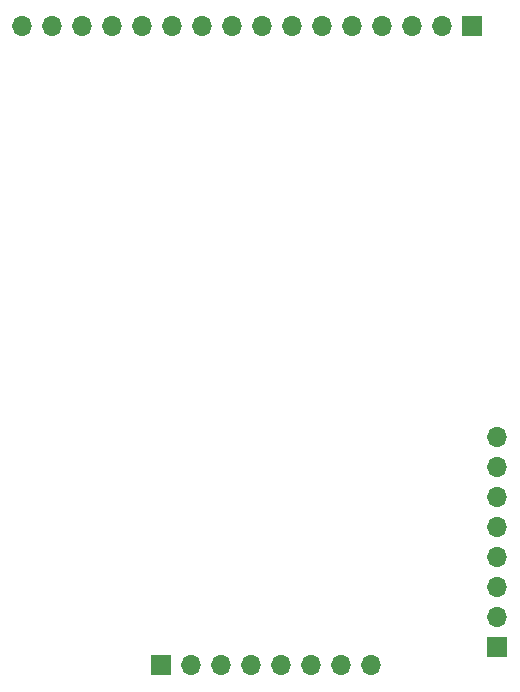
<source format=gbr>
%TF.GenerationSoftware,KiCad,Pcbnew,(5.1.10-1-10_14)*%
%TF.CreationDate,2021-09-23T00:24:02-04:00*%
%TF.ProjectId,BITWISE,42495457-4953-4452-9e6b-696361645f70,rev?*%
%TF.SameCoordinates,Original*%
%TF.FileFunction,Soldermask,Bot*%
%TF.FilePolarity,Negative*%
%FSLAX46Y46*%
G04 Gerber Fmt 4.6, Leading zero omitted, Abs format (unit mm)*
G04 Created by KiCad (PCBNEW (5.1.10-1-10_14)) date 2021-09-23 00:24:02*
%MOMM*%
%LPD*%
G01*
G04 APERTURE LIST*
%ADD10O,1.700000X1.700000*%
%ADD11R,1.700000X1.700000*%
G04 APERTURE END LIST*
D10*
%TO.C,J4*%
X169164000Y-108204000D03*
X169164000Y-110744000D03*
X169164000Y-113284000D03*
X169164000Y-115824000D03*
X169164000Y-118364000D03*
X169164000Y-120904000D03*
X169164000Y-123444000D03*
D11*
X169164000Y-125984000D03*
%TD*%
D10*
%TO.C,J1*%
X128958000Y-73376000D03*
X131498000Y-73376000D03*
X134038000Y-73376000D03*
X136578000Y-73376000D03*
X139118000Y-73376000D03*
X141658000Y-73376000D03*
X144198000Y-73376000D03*
X146738000Y-73376000D03*
X149278000Y-73376000D03*
X151818000Y-73376000D03*
X154358000Y-73376000D03*
X156898000Y-73376000D03*
X159438000Y-73376000D03*
X161978000Y-73376000D03*
X164518000Y-73376000D03*
D11*
X167058000Y-73376000D03*
%TD*%
D10*
%TO.C,J3*%
X158496000Y-127508000D03*
X155956000Y-127508000D03*
X153416000Y-127508000D03*
X150876000Y-127508000D03*
X148336000Y-127508000D03*
X145796000Y-127508000D03*
X143256000Y-127508000D03*
D11*
X140716000Y-127508000D03*
%TD*%
M02*

</source>
